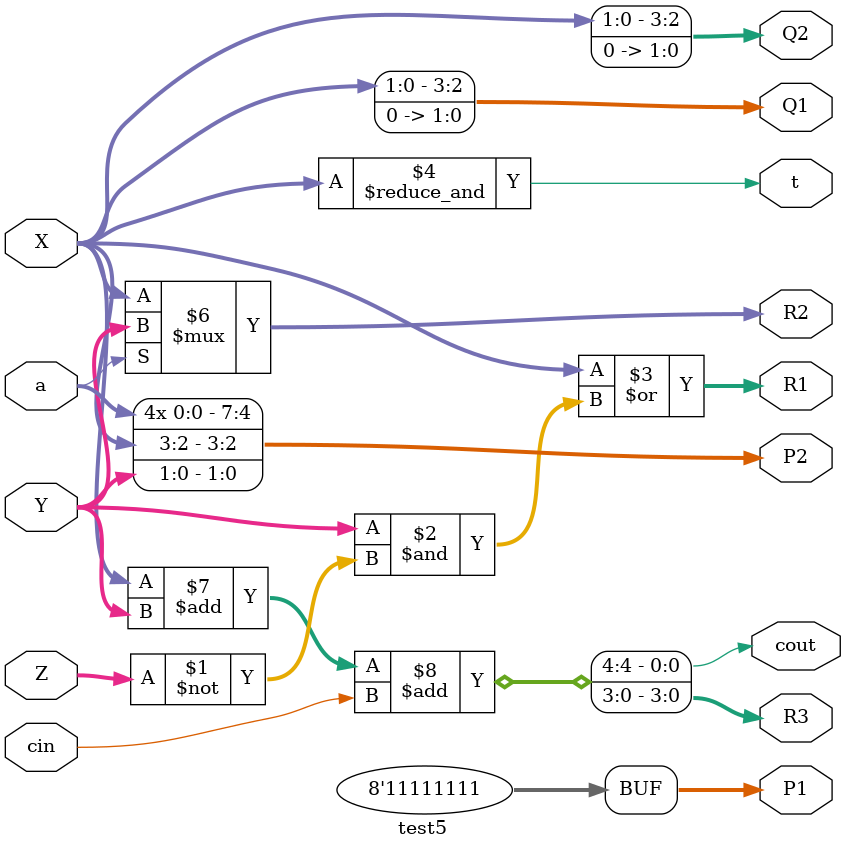
<source format=v>
module test5 (X, Y, Z, a, cin, R1, R2, R3, Q1, Q2, P1, P2, t, cout);
input [3:0] X, Y, Z;
input a, cin;
output [3:0] R1, R2, R3, Q1, Q2;
output [7:0] P1, P2;
output t, cout;

assign R1 = X | (Y & ~Z);

assign t = &X;

assign R2 = (a == 1'b0) ? X : Y;

assign P1 = 8'hff;

assign P2 = {{4{a}}, X[3:2], Y[1:0]};

assign {cout, R3} = X + Y + cin;

assign Q1 = X << 2;

assign Q2 = {X[1], X[0], 1'b0, 1'b0};

endmodule


</source>
